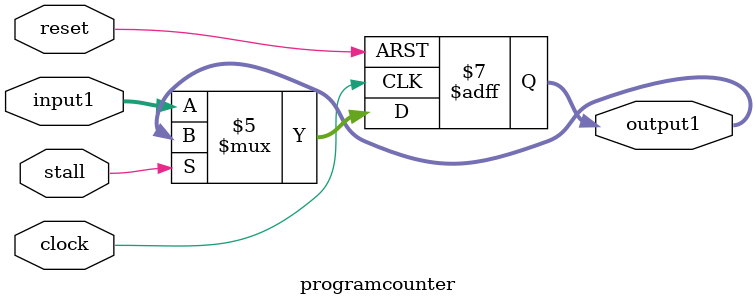
<source format=v>
module programcounter(
input clock,
input reset,
input stall,

input[31:0] input1,
output reg[31:0] output1
);

always @(posedge clock or posedge reset)
begin
	if (reset == 1)
	begin
		output1 <= 32'h003FFFFC;
	end
	else
	begin
		if (!stall) begin
			output1 <= input1;
		end
		else
		begin
			output1 <= output1;
		end
	end
end

endmodule
</source>
